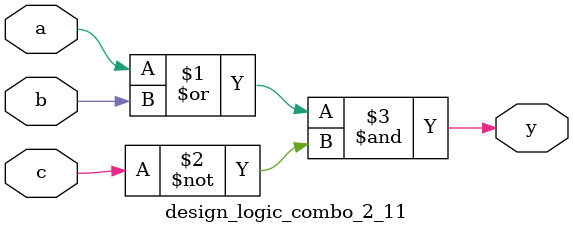
<source format=sv>
module design_logic_combo_2_11(input logic a,b,c, output logic y);
  assign y = (a | b) & (~c);
endmodule

</source>
